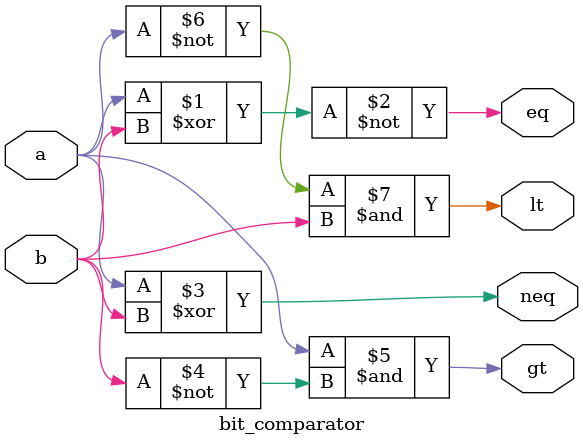
<source format=v>
`timescale 1ns / 1ps

module bit_comparator(a, b, eq, neq, gt, lt);
    input a, b;
    output eq, neq, gt, lt;

    assign eq = ~(a ^ b);
    assign neq = a ^ b;
    assign gt = a & ~b;
    assign lt = ~a & b;

endmodule

</source>
